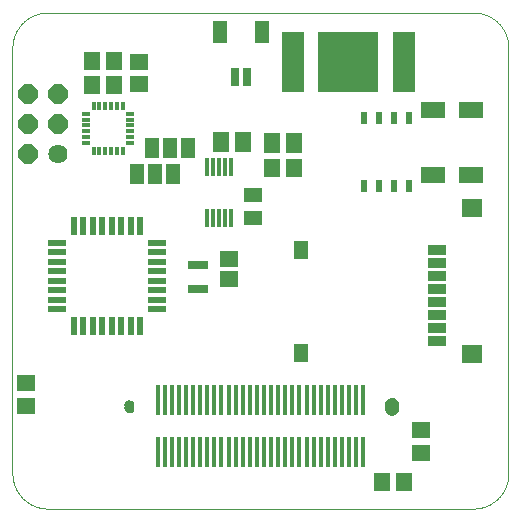
<source format=gts>
G75*
%MOIN*%
%OFA0B0*%
%FSLAX25Y25*%
%IPPOS*%
%LPD*%
%AMOC8*
5,1,8,0,0,1.08239X$1,22.5*
%
%ADD10C,0.00000*%
%ADD11C,0.04731*%
%ADD12C,0.03156*%
%ADD13R,0.01778X0.10046*%
%ADD14R,0.06200X0.02400*%
%ADD15R,0.02400X0.06200*%
%ADD16C,0.06400*%
%ADD17OC8,0.06400*%
%ADD18R,0.06306X0.05518*%
%ADD19R,0.05912X0.04731*%
%ADD20R,0.05518X0.06306*%
%ADD21R,0.01542X0.03156*%
%ADD22R,0.03156X0.01542*%
%ADD23R,0.05000X0.06700*%
%ADD24R,0.01500X0.05900*%
%ADD25R,0.05518X0.06699*%
%ADD26R,0.06502X0.02762*%
%ADD27R,0.07093X0.05912*%
%ADD28R,0.06306X0.03550*%
%ADD29R,0.04928X0.06306*%
%ADD30R,0.05124X0.07487*%
%ADD31R,0.02762X0.06306*%
%ADD32R,0.02408X0.04298*%
%ADD33R,0.07880X0.05518*%
%ADD34R,0.07408X0.20400*%
%ADD35R,0.20085X0.20085*%
D10*
X0014499Y0018636D02*
X0156231Y0018636D01*
X0156516Y0018639D01*
X0156802Y0018650D01*
X0157087Y0018667D01*
X0157371Y0018691D01*
X0157655Y0018722D01*
X0157938Y0018760D01*
X0158219Y0018805D01*
X0158500Y0018856D01*
X0158780Y0018914D01*
X0159058Y0018979D01*
X0159334Y0019051D01*
X0159608Y0019129D01*
X0159881Y0019214D01*
X0160151Y0019306D01*
X0160419Y0019404D01*
X0160685Y0019508D01*
X0160948Y0019619D01*
X0161208Y0019736D01*
X0161466Y0019859D01*
X0161720Y0019989D01*
X0161971Y0020125D01*
X0162219Y0020266D01*
X0162463Y0020414D01*
X0162704Y0020567D01*
X0162940Y0020727D01*
X0163173Y0020892D01*
X0163402Y0021062D01*
X0163627Y0021238D01*
X0163847Y0021420D01*
X0164063Y0021606D01*
X0164274Y0021798D01*
X0164481Y0021995D01*
X0164683Y0022197D01*
X0164880Y0022404D01*
X0165072Y0022615D01*
X0165258Y0022831D01*
X0165440Y0023051D01*
X0165616Y0023276D01*
X0165786Y0023505D01*
X0165951Y0023738D01*
X0166111Y0023974D01*
X0166264Y0024215D01*
X0166412Y0024459D01*
X0166553Y0024707D01*
X0166689Y0024958D01*
X0166819Y0025212D01*
X0166942Y0025470D01*
X0167059Y0025730D01*
X0167170Y0025993D01*
X0167274Y0026259D01*
X0167372Y0026527D01*
X0167464Y0026797D01*
X0167549Y0027070D01*
X0167627Y0027344D01*
X0167699Y0027620D01*
X0167764Y0027898D01*
X0167822Y0028178D01*
X0167873Y0028459D01*
X0167918Y0028740D01*
X0167956Y0029023D01*
X0167987Y0029307D01*
X0168011Y0029591D01*
X0168028Y0029876D01*
X0168039Y0030162D01*
X0168042Y0030447D01*
X0168042Y0172179D01*
X0168039Y0172464D01*
X0168028Y0172750D01*
X0168011Y0173035D01*
X0167987Y0173319D01*
X0167956Y0173603D01*
X0167918Y0173886D01*
X0167873Y0174167D01*
X0167822Y0174448D01*
X0167764Y0174728D01*
X0167699Y0175006D01*
X0167627Y0175282D01*
X0167549Y0175556D01*
X0167464Y0175829D01*
X0167372Y0176099D01*
X0167274Y0176367D01*
X0167170Y0176633D01*
X0167059Y0176896D01*
X0166942Y0177156D01*
X0166819Y0177414D01*
X0166689Y0177668D01*
X0166553Y0177919D01*
X0166412Y0178167D01*
X0166264Y0178411D01*
X0166111Y0178652D01*
X0165951Y0178888D01*
X0165786Y0179121D01*
X0165616Y0179350D01*
X0165440Y0179575D01*
X0165258Y0179795D01*
X0165072Y0180011D01*
X0164880Y0180222D01*
X0164683Y0180429D01*
X0164481Y0180631D01*
X0164274Y0180828D01*
X0164063Y0181020D01*
X0163847Y0181206D01*
X0163627Y0181388D01*
X0163402Y0181564D01*
X0163173Y0181734D01*
X0162940Y0181899D01*
X0162704Y0182059D01*
X0162463Y0182212D01*
X0162219Y0182360D01*
X0161971Y0182501D01*
X0161720Y0182637D01*
X0161466Y0182767D01*
X0161208Y0182890D01*
X0160948Y0183007D01*
X0160685Y0183118D01*
X0160419Y0183222D01*
X0160151Y0183320D01*
X0159881Y0183412D01*
X0159608Y0183497D01*
X0159334Y0183575D01*
X0159058Y0183647D01*
X0158780Y0183712D01*
X0158500Y0183770D01*
X0158219Y0183821D01*
X0157938Y0183866D01*
X0157655Y0183904D01*
X0157371Y0183935D01*
X0157087Y0183959D01*
X0156802Y0183976D01*
X0156516Y0183987D01*
X0156231Y0183990D01*
X0014499Y0183990D01*
X0014214Y0183987D01*
X0013928Y0183976D01*
X0013643Y0183959D01*
X0013359Y0183935D01*
X0013075Y0183904D01*
X0012792Y0183866D01*
X0012511Y0183821D01*
X0012230Y0183770D01*
X0011950Y0183712D01*
X0011672Y0183647D01*
X0011396Y0183575D01*
X0011122Y0183497D01*
X0010849Y0183412D01*
X0010579Y0183320D01*
X0010311Y0183222D01*
X0010045Y0183118D01*
X0009782Y0183007D01*
X0009522Y0182890D01*
X0009264Y0182767D01*
X0009010Y0182637D01*
X0008759Y0182501D01*
X0008511Y0182360D01*
X0008267Y0182212D01*
X0008026Y0182059D01*
X0007790Y0181899D01*
X0007557Y0181734D01*
X0007328Y0181564D01*
X0007103Y0181388D01*
X0006883Y0181206D01*
X0006667Y0181020D01*
X0006456Y0180828D01*
X0006249Y0180631D01*
X0006047Y0180429D01*
X0005850Y0180222D01*
X0005658Y0180011D01*
X0005472Y0179795D01*
X0005290Y0179575D01*
X0005114Y0179350D01*
X0004944Y0179121D01*
X0004779Y0178888D01*
X0004619Y0178652D01*
X0004466Y0178411D01*
X0004318Y0178167D01*
X0004177Y0177919D01*
X0004041Y0177668D01*
X0003911Y0177414D01*
X0003788Y0177156D01*
X0003671Y0176896D01*
X0003560Y0176633D01*
X0003456Y0176367D01*
X0003358Y0176099D01*
X0003266Y0175829D01*
X0003181Y0175556D01*
X0003103Y0175282D01*
X0003031Y0175006D01*
X0002966Y0174728D01*
X0002908Y0174448D01*
X0002857Y0174167D01*
X0002812Y0173886D01*
X0002774Y0173603D01*
X0002743Y0173319D01*
X0002719Y0173035D01*
X0002702Y0172750D01*
X0002691Y0172464D01*
X0002688Y0172179D01*
X0002688Y0030447D01*
X0002691Y0030162D01*
X0002702Y0029876D01*
X0002719Y0029591D01*
X0002743Y0029307D01*
X0002774Y0029023D01*
X0002812Y0028740D01*
X0002857Y0028459D01*
X0002908Y0028178D01*
X0002966Y0027898D01*
X0003031Y0027620D01*
X0003103Y0027344D01*
X0003181Y0027070D01*
X0003266Y0026797D01*
X0003358Y0026527D01*
X0003456Y0026259D01*
X0003560Y0025993D01*
X0003671Y0025730D01*
X0003788Y0025470D01*
X0003911Y0025212D01*
X0004041Y0024958D01*
X0004177Y0024707D01*
X0004318Y0024459D01*
X0004466Y0024215D01*
X0004619Y0023974D01*
X0004779Y0023738D01*
X0004944Y0023505D01*
X0005114Y0023276D01*
X0005290Y0023051D01*
X0005472Y0022831D01*
X0005658Y0022615D01*
X0005850Y0022404D01*
X0006047Y0022197D01*
X0006249Y0021995D01*
X0006456Y0021798D01*
X0006667Y0021606D01*
X0006883Y0021420D01*
X0007103Y0021238D01*
X0007328Y0021062D01*
X0007557Y0020892D01*
X0007790Y0020727D01*
X0008026Y0020567D01*
X0008267Y0020414D01*
X0008511Y0020266D01*
X0008759Y0020125D01*
X0009010Y0019989D01*
X0009264Y0019859D01*
X0009522Y0019736D01*
X0009782Y0019619D01*
X0010045Y0019508D01*
X0010311Y0019404D01*
X0010579Y0019306D01*
X0010849Y0019214D01*
X0011122Y0019129D01*
X0011396Y0019051D01*
X0011672Y0018979D01*
X0011950Y0018914D01*
X0012230Y0018856D01*
X0012511Y0018805D01*
X0012792Y0018760D01*
X0013075Y0018722D01*
X0013359Y0018691D01*
X0013643Y0018667D01*
X0013928Y0018650D01*
X0014214Y0018639D01*
X0014499Y0018636D01*
X0040286Y0052100D02*
X0040288Y0052174D01*
X0040294Y0052248D01*
X0040304Y0052321D01*
X0040318Y0052394D01*
X0040335Y0052466D01*
X0040357Y0052536D01*
X0040382Y0052606D01*
X0040411Y0052674D01*
X0040444Y0052740D01*
X0040480Y0052805D01*
X0040520Y0052867D01*
X0040562Y0052928D01*
X0040608Y0052986D01*
X0040657Y0053041D01*
X0040709Y0053094D01*
X0040764Y0053144D01*
X0040821Y0053190D01*
X0040881Y0053234D01*
X0040943Y0053274D01*
X0041007Y0053311D01*
X0041073Y0053345D01*
X0041141Y0053375D01*
X0041210Y0053401D01*
X0041281Y0053424D01*
X0041352Y0053442D01*
X0041425Y0053457D01*
X0041498Y0053468D01*
X0041572Y0053475D01*
X0041646Y0053478D01*
X0041719Y0053477D01*
X0041793Y0053472D01*
X0041867Y0053463D01*
X0041940Y0053450D01*
X0042012Y0053433D01*
X0042083Y0053413D01*
X0042153Y0053388D01*
X0042221Y0053360D01*
X0042288Y0053329D01*
X0042353Y0053293D01*
X0042416Y0053255D01*
X0042477Y0053213D01*
X0042536Y0053167D01*
X0042592Y0053119D01*
X0042645Y0053068D01*
X0042695Y0053014D01*
X0042743Y0052957D01*
X0042787Y0052898D01*
X0042829Y0052836D01*
X0042867Y0052773D01*
X0042901Y0052707D01*
X0042932Y0052640D01*
X0042959Y0052571D01*
X0042982Y0052501D01*
X0043002Y0052430D01*
X0043018Y0052357D01*
X0043030Y0052284D01*
X0043038Y0052211D01*
X0043042Y0052137D01*
X0043042Y0052063D01*
X0043038Y0051989D01*
X0043030Y0051916D01*
X0043018Y0051843D01*
X0043002Y0051770D01*
X0042982Y0051699D01*
X0042959Y0051629D01*
X0042932Y0051560D01*
X0042901Y0051493D01*
X0042867Y0051427D01*
X0042829Y0051364D01*
X0042787Y0051302D01*
X0042743Y0051243D01*
X0042695Y0051186D01*
X0042645Y0051132D01*
X0042592Y0051081D01*
X0042536Y0051033D01*
X0042477Y0050987D01*
X0042416Y0050945D01*
X0042353Y0050907D01*
X0042288Y0050871D01*
X0042221Y0050840D01*
X0042153Y0050812D01*
X0042083Y0050787D01*
X0042012Y0050767D01*
X0041940Y0050750D01*
X0041867Y0050737D01*
X0041793Y0050728D01*
X0041719Y0050723D01*
X0041646Y0050722D01*
X0041572Y0050725D01*
X0041498Y0050732D01*
X0041425Y0050743D01*
X0041352Y0050758D01*
X0041281Y0050776D01*
X0041210Y0050799D01*
X0041141Y0050825D01*
X0041073Y0050855D01*
X0041007Y0050889D01*
X0040943Y0050926D01*
X0040881Y0050966D01*
X0040821Y0051010D01*
X0040764Y0051056D01*
X0040709Y0051106D01*
X0040657Y0051159D01*
X0040608Y0051214D01*
X0040562Y0051272D01*
X0040520Y0051333D01*
X0040480Y0051395D01*
X0040444Y0051460D01*
X0040411Y0051526D01*
X0040382Y0051594D01*
X0040357Y0051664D01*
X0040335Y0051734D01*
X0040318Y0051806D01*
X0040304Y0051879D01*
X0040294Y0051952D01*
X0040288Y0052026D01*
X0040286Y0052100D01*
X0040286Y0053281D02*
X0040288Y0053355D01*
X0040294Y0053429D01*
X0040304Y0053502D01*
X0040318Y0053575D01*
X0040335Y0053647D01*
X0040357Y0053717D01*
X0040382Y0053787D01*
X0040411Y0053855D01*
X0040444Y0053921D01*
X0040480Y0053986D01*
X0040520Y0054048D01*
X0040562Y0054109D01*
X0040608Y0054167D01*
X0040657Y0054222D01*
X0040709Y0054275D01*
X0040764Y0054325D01*
X0040821Y0054371D01*
X0040881Y0054415D01*
X0040943Y0054455D01*
X0041007Y0054492D01*
X0041073Y0054526D01*
X0041141Y0054556D01*
X0041210Y0054582D01*
X0041281Y0054605D01*
X0041352Y0054623D01*
X0041425Y0054638D01*
X0041498Y0054649D01*
X0041572Y0054656D01*
X0041646Y0054659D01*
X0041719Y0054658D01*
X0041793Y0054653D01*
X0041867Y0054644D01*
X0041940Y0054631D01*
X0042012Y0054614D01*
X0042083Y0054594D01*
X0042153Y0054569D01*
X0042221Y0054541D01*
X0042288Y0054510D01*
X0042353Y0054474D01*
X0042416Y0054436D01*
X0042477Y0054394D01*
X0042536Y0054348D01*
X0042592Y0054300D01*
X0042645Y0054249D01*
X0042695Y0054195D01*
X0042743Y0054138D01*
X0042787Y0054079D01*
X0042829Y0054017D01*
X0042867Y0053954D01*
X0042901Y0053888D01*
X0042932Y0053821D01*
X0042959Y0053752D01*
X0042982Y0053682D01*
X0043002Y0053611D01*
X0043018Y0053538D01*
X0043030Y0053465D01*
X0043038Y0053392D01*
X0043042Y0053318D01*
X0043042Y0053244D01*
X0043038Y0053170D01*
X0043030Y0053097D01*
X0043018Y0053024D01*
X0043002Y0052951D01*
X0042982Y0052880D01*
X0042959Y0052810D01*
X0042932Y0052741D01*
X0042901Y0052674D01*
X0042867Y0052608D01*
X0042829Y0052545D01*
X0042787Y0052483D01*
X0042743Y0052424D01*
X0042695Y0052367D01*
X0042645Y0052313D01*
X0042592Y0052262D01*
X0042536Y0052214D01*
X0042477Y0052168D01*
X0042416Y0052126D01*
X0042353Y0052088D01*
X0042288Y0052052D01*
X0042221Y0052021D01*
X0042153Y0051993D01*
X0042083Y0051968D01*
X0042012Y0051948D01*
X0041940Y0051931D01*
X0041867Y0051918D01*
X0041793Y0051909D01*
X0041719Y0051904D01*
X0041646Y0051903D01*
X0041572Y0051906D01*
X0041498Y0051913D01*
X0041425Y0051924D01*
X0041352Y0051939D01*
X0041281Y0051957D01*
X0041210Y0051980D01*
X0041141Y0052006D01*
X0041073Y0052036D01*
X0041007Y0052070D01*
X0040943Y0052107D01*
X0040881Y0052147D01*
X0040821Y0052191D01*
X0040764Y0052237D01*
X0040709Y0052287D01*
X0040657Y0052340D01*
X0040608Y0052395D01*
X0040562Y0052453D01*
X0040520Y0052514D01*
X0040480Y0052576D01*
X0040444Y0052641D01*
X0040411Y0052707D01*
X0040382Y0052775D01*
X0040357Y0052845D01*
X0040335Y0052915D01*
X0040318Y0052987D01*
X0040304Y0053060D01*
X0040294Y0053133D01*
X0040288Y0053207D01*
X0040286Y0053281D01*
X0126901Y0053281D02*
X0126903Y0053374D01*
X0126909Y0053466D01*
X0126919Y0053558D01*
X0126933Y0053649D01*
X0126950Y0053740D01*
X0126972Y0053830D01*
X0126997Y0053919D01*
X0127026Y0054007D01*
X0127059Y0054093D01*
X0127096Y0054178D01*
X0127136Y0054262D01*
X0127180Y0054343D01*
X0127227Y0054423D01*
X0127277Y0054501D01*
X0127331Y0054576D01*
X0127388Y0054649D01*
X0127448Y0054719D01*
X0127511Y0054787D01*
X0127577Y0054852D01*
X0127645Y0054914D01*
X0127716Y0054974D01*
X0127790Y0055030D01*
X0127866Y0055083D01*
X0127944Y0055132D01*
X0128024Y0055179D01*
X0128106Y0055221D01*
X0128190Y0055261D01*
X0128275Y0055296D01*
X0128362Y0055328D01*
X0128450Y0055357D01*
X0128539Y0055381D01*
X0128629Y0055402D01*
X0128720Y0055418D01*
X0128812Y0055431D01*
X0128904Y0055440D01*
X0128997Y0055445D01*
X0129089Y0055446D01*
X0129182Y0055443D01*
X0129274Y0055436D01*
X0129366Y0055425D01*
X0129457Y0055410D01*
X0129548Y0055392D01*
X0129638Y0055369D01*
X0129726Y0055343D01*
X0129814Y0055313D01*
X0129900Y0055279D01*
X0129984Y0055242D01*
X0130067Y0055200D01*
X0130148Y0055156D01*
X0130228Y0055108D01*
X0130305Y0055057D01*
X0130379Y0055002D01*
X0130452Y0054944D01*
X0130522Y0054884D01*
X0130589Y0054820D01*
X0130653Y0054754D01*
X0130715Y0054684D01*
X0130773Y0054613D01*
X0130828Y0054539D01*
X0130880Y0054462D01*
X0130929Y0054383D01*
X0130975Y0054303D01*
X0131017Y0054220D01*
X0131055Y0054136D01*
X0131090Y0054050D01*
X0131121Y0053963D01*
X0131148Y0053875D01*
X0131171Y0053785D01*
X0131191Y0053695D01*
X0131207Y0053604D01*
X0131219Y0053512D01*
X0131227Y0053420D01*
X0131231Y0053327D01*
X0131231Y0053235D01*
X0131227Y0053142D01*
X0131219Y0053050D01*
X0131207Y0052958D01*
X0131191Y0052867D01*
X0131171Y0052777D01*
X0131148Y0052687D01*
X0131121Y0052599D01*
X0131090Y0052512D01*
X0131055Y0052426D01*
X0131017Y0052342D01*
X0130975Y0052259D01*
X0130929Y0052179D01*
X0130880Y0052100D01*
X0130828Y0052023D01*
X0130773Y0051949D01*
X0130715Y0051878D01*
X0130653Y0051808D01*
X0130589Y0051742D01*
X0130522Y0051678D01*
X0130452Y0051618D01*
X0130379Y0051560D01*
X0130305Y0051505D01*
X0130228Y0051454D01*
X0130149Y0051406D01*
X0130067Y0051362D01*
X0129984Y0051320D01*
X0129900Y0051283D01*
X0129814Y0051249D01*
X0129726Y0051219D01*
X0129638Y0051193D01*
X0129548Y0051170D01*
X0129457Y0051152D01*
X0129366Y0051137D01*
X0129274Y0051126D01*
X0129182Y0051119D01*
X0129089Y0051116D01*
X0128997Y0051117D01*
X0128904Y0051122D01*
X0128812Y0051131D01*
X0128720Y0051144D01*
X0128629Y0051160D01*
X0128539Y0051181D01*
X0128450Y0051205D01*
X0128362Y0051234D01*
X0128275Y0051266D01*
X0128190Y0051301D01*
X0128106Y0051341D01*
X0128024Y0051383D01*
X0127944Y0051430D01*
X0127866Y0051479D01*
X0127790Y0051532D01*
X0127716Y0051588D01*
X0127645Y0051648D01*
X0127577Y0051710D01*
X0127511Y0051775D01*
X0127448Y0051843D01*
X0127388Y0051913D01*
X0127331Y0051986D01*
X0127277Y0052061D01*
X0127227Y0052139D01*
X0127180Y0052219D01*
X0127136Y0052300D01*
X0127096Y0052384D01*
X0127059Y0052469D01*
X0127026Y0052555D01*
X0126997Y0052643D01*
X0126972Y0052732D01*
X0126950Y0052822D01*
X0126933Y0052913D01*
X0126919Y0053004D01*
X0126909Y0053096D01*
X0126903Y0053188D01*
X0126901Y0053281D01*
X0126901Y0052100D02*
X0126903Y0052193D01*
X0126909Y0052285D01*
X0126919Y0052377D01*
X0126933Y0052468D01*
X0126950Y0052559D01*
X0126972Y0052649D01*
X0126997Y0052738D01*
X0127026Y0052826D01*
X0127059Y0052912D01*
X0127096Y0052997D01*
X0127136Y0053081D01*
X0127180Y0053162D01*
X0127227Y0053242D01*
X0127277Y0053320D01*
X0127331Y0053395D01*
X0127388Y0053468D01*
X0127448Y0053538D01*
X0127511Y0053606D01*
X0127577Y0053671D01*
X0127645Y0053733D01*
X0127716Y0053793D01*
X0127790Y0053849D01*
X0127866Y0053902D01*
X0127944Y0053951D01*
X0128024Y0053998D01*
X0128106Y0054040D01*
X0128190Y0054080D01*
X0128275Y0054115D01*
X0128362Y0054147D01*
X0128450Y0054176D01*
X0128539Y0054200D01*
X0128629Y0054221D01*
X0128720Y0054237D01*
X0128812Y0054250D01*
X0128904Y0054259D01*
X0128997Y0054264D01*
X0129089Y0054265D01*
X0129182Y0054262D01*
X0129274Y0054255D01*
X0129366Y0054244D01*
X0129457Y0054229D01*
X0129548Y0054211D01*
X0129638Y0054188D01*
X0129726Y0054162D01*
X0129814Y0054132D01*
X0129900Y0054098D01*
X0129984Y0054061D01*
X0130067Y0054019D01*
X0130148Y0053975D01*
X0130228Y0053927D01*
X0130305Y0053876D01*
X0130379Y0053821D01*
X0130452Y0053763D01*
X0130522Y0053703D01*
X0130589Y0053639D01*
X0130653Y0053573D01*
X0130715Y0053503D01*
X0130773Y0053432D01*
X0130828Y0053358D01*
X0130880Y0053281D01*
X0130929Y0053202D01*
X0130975Y0053122D01*
X0131017Y0053039D01*
X0131055Y0052955D01*
X0131090Y0052869D01*
X0131121Y0052782D01*
X0131148Y0052694D01*
X0131171Y0052604D01*
X0131191Y0052514D01*
X0131207Y0052423D01*
X0131219Y0052331D01*
X0131227Y0052239D01*
X0131231Y0052146D01*
X0131231Y0052054D01*
X0131227Y0051961D01*
X0131219Y0051869D01*
X0131207Y0051777D01*
X0131191Y0051686D01*
X0131171Y0051596D01*
X0131148Y0051506D01*
X0131121Y0051418D01*
X0131090Y0051331D01*
X0131055Y0051245D01*
X0131017Y0051161D01*
X0130975Y0051078D01*
X0130929Y0050998D01*
X0130880Y0050919D01*
X0130828Y0050842D01*
X0130773Y0050768D01*
X0130715Y0050697D01*
X0130653Y0050627D01*
X0130589Y0050561D01*
X0130522Y0050497D01*
X0130452Y0050437D01*
X0130379Y0050379D01*
X0130305Y0050324D01*
X0130228Y0050273D01*
X0130149Y0050225D01*
X0130067Y0050181D01*
X0129984Y0050139D01*
X0129900Y0050102D01*
X0129814Y0050068D01*
X0129726Y0050038D01*
X0129638Y0050012D01*
X0129548Y0049989D01*
X0129457Y0049971D01*
X0129366Y0049956D01*
X0129274Y0049945D01*
X0129182Y0049938D01*
X0129089Y0049935D01*
X0128997Y0049936D01*
X0128904Y0049941D01*
X0128812Y0049950D01*
X0128720Y0049963D01*
X0128629Y0049979D01*
X0128539Y0050000D01*
X0128450Y0050024D01*
X0128362Y0050053D01*
X0128275Y0050085D01*
X0128190Y0050120D01*
X0128106Y0050160D01*
X0128024Y0050202D01*
X0127944Y0050249D01*
X0127866Y0050298D01*
X0127790Y0050351D01*
X0127716Y0050407D01*
X0127645Y0050467D01*
X0127577Y0050529D01*
X0127511Y0050594D01*
X0127448Y0050662D01*
X0127388Y0050732D01*
X0127331Y0050805D01*
X0127277Y0050880D01*
X0127227Y0050958D01*
X0127180Y0051038D01*
X0127136Y0051119D01*
X0127096Y0051203D01*
X0127059Y0051288D01*
X0127026Y0051374D01*
X0126997Y0051462D01*
X0126972Y0051551D01*
X0126950Y0051641D01*
X0126933Y0051732D01*
X0126919Y0051823D01*
X0126909Y0051915D01*
X0126903Y0052007D01*
X0126901Y0052100D01*
D11*
X0129066Y0052100D03*
X0129066Y0053281D03*
D12*
X0041664Y0053281D03*
X0041664Y0052100D03*
D13*
X0051113Y0054955D03*
X0053475Y0054955D03*
X0055837Y0054955D03*
X0058200Y0054955D03*
X0060562Y0054955D03*
X0062924Y0054955D03*
X0065286Y0054955D03*
X0067648Y0054955D03*
X0070011Y0054955D03*
X0072373Y0054955D03*
X0074735Y0054955D03*
X0077097Y0054955D03*
X0079459Y0054955D03*
X0081822Y0054955D03*
X0084184Y0054955D03*
X0086546Y0054955D03*
X0088908Y0054955D03*
X0091270Y0054955D03*
X0093633Y0054955D03*
X0095995Y0054955D03*
X0098357Y0054955D03*
X0100719Y0054955D03*
X0103081Y0054955D03*
X0105444Y0054955D03*
X0107806Y0054955D03*
X0110168Y0054955D03*
X0112530Y0054955D03*
X0114893Y0054955D03*
X0117255Y0054955D03*
X0119617Y0054955D03*
X0119617Y0037435D03*
X0117255Y0037435D03*
X0114893Y0037435D03*
X0112530Y0037435D03*
X0110168Y0037435D03*
X0107806Y0037435D03*
X0105444Y0037435D03*
X0103081Y0037435D03*
X0100719Y0037435D03*
X0098357Y0037435D03*
X0095995Y0037435D03*
X0093633Y0037435D03*
X0091270Y0037435D03*
X0088908Y0037435D03*
X0086546Y0037435D03*
X0084184Y0037435D03*
X0081822Y0037435D03*
X0079459Y0037435D03*
X0077097Y0037435D03*
X0074735Y0037435D03*
X0072373Y0037435D03*
X0070011Y0037435D03*
X0067648Y0037435D03*
X0065286Y0037435D03*
X0062924Y0037435D03*
X0060562Y0037435D03*
X0058200Y0037435D03*
X0055837Y0037435D03*
X0053475Y0037435D03*
X0051113Y0037435D03*
D14*
X0050884Y0085195D03*
X0050884Y0088295D03*
X0050884Y0091495D03*
X0050884Y0094595D03*
X0050884Y0097795D03*
X0050884Y0100895D03*
X0050884Y0104095D03*
X0050884Y0107195D03*
X0017484Y0107195D03*
X0017484Y0104095D03*
X0017484Y0100895D03*
X0017484Y0097795D03*
X0017484Y0094595D03*
X0017484Y0091495D03*
X0017484Y0088295D03*
X0017484Y0085195D03*
D15*
X0023184Y0079495D03*
X0026284Y0079495D03*
X0029484Y0079495D03*
X0032584Y0079495D03*
X0035784Y0079495D03*
X0038884Y0079495D03*
X0042084Y0079495D03*
X0045184Y0079495D03*
X0045184Y0112895D03*
X0042084Y0112895D03*
X0038884Y0112895D03*
X0035784Y0112895D03*
X0032584Y0112895D03*
X0029484Y0112895D03*
X0026284Y0112895D03*
X0023184Y0112895D03*
D16*
X0018030Y0136911D03*
D17*
X0018030Y0146911D03*
X0018030Y0156911D03*
X0008030Y0156911D03*
X0008030Y0146911D03*
X0008030Y0136911D03*
D18*
X0044814Y0160052D03*
X0044814Y0167533D03*
X0074735Y0101904D03*
X0074735Y0095211D03*
X0138908Y0044785D03*
X0138908Y0037304D03*
X0007137Y0052888D03*
X0007137Y0060368D03*
D19*
X0082854Y0115416D03*
X0082854Y0123290D03*
D20*
X0089202Y0132294D03*
X0096682Y0132294D03*
X0036546Y0159974D03*
X0029066Y0159974D03*
X0029066Y0167951D03*
X0036546Y0167951D03*
X0125752Y0027494D03*
X0133232Y0027494D03*
D21*
X0039570Y0137978D03*
X0037602Y0137978D03*
X0035633Y0137978D03*
X0033665Y0137978D03*
X0031696Y0137978D03*
X0029728Y0137978D03*
X0029728Y0152742D03*
X0031696Y0152742D03*
X0033665Y0152742D03*
X0035633Y0152742D03*
X0037602Y0152742D03*
X0039570Y0152742D03*
D22*
X0042031Y0150281D03*
X0042031Y0148313D03*
X0042031Y0146344D03*
X0042031Y0144376D03*
X0042031Y0142407D03*
X0042031Y0140439D03*
X0027267Y0140439D03*
X0027267Y0142407D03*
X0027267Y0144376D03*
X0027267Y0146344D03*
X0027267Y0148313D03*
X0027267Y0150281D03*
D23*
X0044111Y0130176D03*
X0050111Y0130176D03*
X0056111Y0130176D03*
X0055307Y0138870D03*
X0049307Y0138870D03*
X0061307Y0138870D03*
D24*
X0067667Y0132659D03*
X0069567Y0132659D03*
X0071567Y0132659D03*
X0073567Y0132659D03*
X0075467Y0132659D03*
X0075467Y0115459D03*
X0073567Y0115459D03*
X0071567Y0115459D03*
X0069567Y0115459D03*
X0067667Y0115459D03*
D25*
X0072088Y0140704D03*
X0079568Y0140704D03*
X0089233Y0140645D03*
X0096714Y0140645D03*
D26*
X0064450Y0099885D03*
X0064450Y0091696D03*
D27*
X0155757Y0070312D03*
X0155757Y0118737D03*
D28*
X0144340Y0104761D03*
X0144340Y0100430D03*
X0144340Y0096100D03*
X0144340Y0091769D03*
X0144340Y0087438D03*
X0144340Y0083107D03*
X0144340Y0078777D03*
X0144340Y0074446D03*
D29*
X0098789Y0070509D03*
X0098789Y0104761D03*
D30*
X0085956Y0177494D03*
X0071782Y0177494D03*
D31*
X0076900Y0162337D03*
X0080837Y0162337D03*
D32*
X0119971Y0148911D03*
X0124971Y0148911D03*
X0129971Y0148911D03*
X0134971Y0148911D03*
X0134971Y0126313D03*
X0129971Y0126313D03*
X0124971Y0126313D03*
X0119971Y0126313D03*
D33*
X0143042Y0129856D03*
X0155641Y0129856D03*
X0155641Y0151510D03*
X0143042Y0151510D03*
D34*
X0133200Y0167455D03*
X0096192Y0167455D03*
D35*
X0114696Y0167455D03*
M02*

</source>
